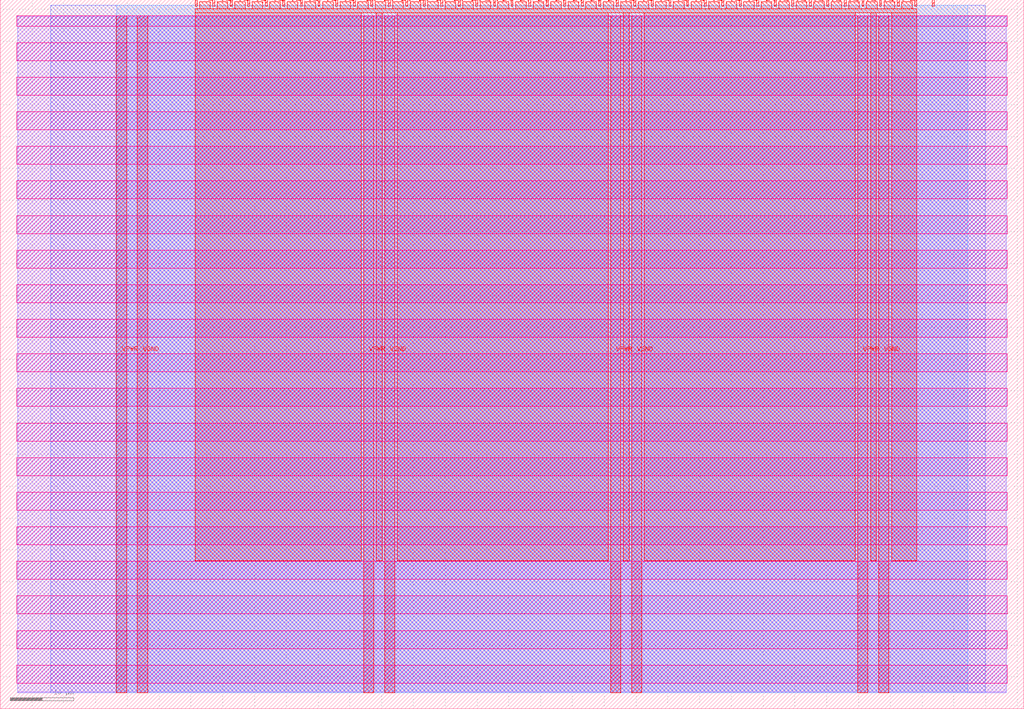
<source format=lef>
VERSION 5.7 ;
  NOWIREEXTENSIONATPIN ON ;
  DIVIDERCHAR "/" ;
  BUSBITCHARS "[]" ;
MACRO tt_um_crispy_vga
  CLASS BLOCK ;
  FOREIGN tt_um_crispy_vga ;
  ORIGIN 0.000 0.000 ;
  SIZE 161.000 BY 111.520 ;
  PIN VGND
    DIRECTION INOUT ;
    USE GROUND ;
    PORT
      LAYER met4 ;
        RECT 21.580 2.480 23.180 109.040 ;
    END
    PORT
      LAYER met4 ;
        RECT 60.450 2.480 62.050 109.040 ;
    END
    PORT
      LAYER met4 ;
        RECT 99.320 2.480 100.920 109.040 ;
    END
    PORT
      LAYER met4 ;
        RECT 138.190 2.480 139.790 109.040 ;
    END
  END VGND
  PIN VPWR
    DIRECTION INOUT ;
    USE POWER ;
    PORT
      LAYER met4 ;
        RECT 18.280 2.480 19.880 109.040 ;
    END
    PORT
      LAYER met4 ;
        RECT 57.150 2.480 58.750 109.040 ;
    END
    PORT
      LAYER met4 ;
        RECT 96.020 2.480 97.620 109.040 ;
    END
    PORT
      LAYER met4 ;
        RECT 134.890 2.480 136.490 109.040 ;
    END
  END VPWR
  PIN clk
    DIRECTION INPUT ;
    USE SIGNAL ;
    ANTENNAGATEAREA 0.852000 ;
    PORT
      LAYER met4 ;
        RECT 143.830 110.520 144.130 111.520 ;
    END
  END clk
  PIN ena
    DIRECTION INPUT ;
    USE SIGNAL ;
    PORT
      LAYER met4 ;
        RECT 146.590 110.520 146.890 111.520 ;
    END
  END ena
  PIN rst_n
    DIRECTION INPUT ;
    USE SIGNAL ;
    ANTENNAGATEAREA 0.196500 ;
    PORT
      LAYER met4 ;
        RECT 141.070 110.520 141.370 111.520 ;
    END
  END rst_n
  PIN ui_in[0]
    DIRECTION INPUT ;
    USE SIGNAL ;
    ANTENNAGATEAREA 0.213000 ;
    PORT
      LAYER met4 ;
        RECT 138.310 110.520 138.610 111.520 ;
    END
  END ui_in[0]
  PIN ui_in[1]
    DIRECTION INPUT ;
    USE SIGNAL ;
    ANTENNAGATEAREA 0.213000 ;
    PORT
      LAYER met4 ;
        RECT 135.550 110.520 135.850 111.520 ;
    END
  END ui_in[1]
  PIN ui_in[2]
    DIRECTION INPUT ;
    USE SIGNAL ;
    ANTENNAGATEAREA 0.213000 ;
    PORT
      LAYER met4 ;
        RECT 132.790 110.520 133.090 111.520 ;
    END
  END ui_in[2]
  PIN ui_in[3]
    DIRECTION INPUT ;
    USE SIGNAL ;
    ANTENNAGATEAREA 0.213000 ;
    PORT
      LAYER met4 ;
        RECT 130.030 110.520 130.330 111.520 ;
    END
  END ui_in[3]
  PIN ui_in[4]
    DIRECTION INPUT ;
    USE SIGNAL ;
    ANTENNAGATEAREA 0.213000 ;
    PORT
      LAYER met4 ;
        RECT 127.270 110.520 127.570 111.520 ;
    END
  END ui_in[4]
  PIN ui_in[5]
    DIRECTION INPUT ;
    USE SIGNAL ;
    ANTENNAGATEAREA 0.213000 ;
    PORT
      LAYER met4 ;
        RECT 124.510 110.520 124.810 111.520 ;
    END
  END ui_in[5]
  PIN ui_in[6]
    DIRECTION INPUT ;
    USE SIGNAL ;
    ANTENNAGATEAREA 0.213000 ;
    PORT
      LAYER met4 ;
        RECT 121.750 110.520 122.050 111.520 ;
    END
  END ui_in[6]
  PIN ui_in[7]
    DIRECTION INPUT ;
    USE SIGNAL ;
    ANTENNAGATEAREA 0.213000 ;
    PORT
      LAYER met4 ;
        RECT 118.990 110.520 119.290 111.520 ;
    END
  END ui_in[7]
  PIN uio_in[0]
    DIRECTION INPUT ;
    USE SIGNAL ;
    ANTENNAGATEAREA 0.196500 ;
    PORT
      LAYER met4 ;
        RECT 116.230 110.520 116.530 111.520 ;
    END
  END uio_in[0]
  PIN uio_in[1]
    DIRECTION INPUT ;
    USE SIGNAL ;
    ANTENNAGATEAREA 0.196500 ;
    PORT
      LAYER met4 ;
        RECT 113.470 110.520 113.770 111.520 ;
    END
  END uio_in[1]
  PIN uio_in[2]
    DIRECTION INPUT ;
    USE SIGNAL ;
    ANTENNAGATEAREA 0.196500 ;
    PORT
      LAYER met4 ;
        RECT 110.710 110.520 111.010 111.520 ;
    END
  END uio_in[2]
  PIN uio_in[3]
    DIRECTION INPUT ;
    USE SIGNAL ;
    ANTENNAGATEAREA 0.196500 ;
    PORT
      LAYER met4 ;
        RECT 107.950 110.520 108.250 111.520 ;
    END
  END uio_in[3]
  PIN uio_in[4]
    DIRECTION INPUT ;
    USE SIGNAL ;
    ANTENNAGATEAREA 0.196500 ;
    PORT
      LAYER met4 ;
        RECT 105.190 110.520 105.490 111.520 ;
    END
  END uio_in[4]
  PIN uio_in[5]
    DIRECTION INPUT ;
    USE SIGNAL ;
    ANTENNAGATEAREA 0.196500 ;
    PORT
      LAYER met4 ;
        RECT 102.430 110.520 102.730 111.520 ;
    END
  END uio_in[5]
  PIN uio_in[6]
    DIRECTION INPUT ;
    USE SIGNAL ;
    ANTENNAGATEAREA 0.196500 ;
    PORT
      LAYER met4 ;
        RECT 99.670 110.520 99.970 111.520 ;
    END
  END uio_in[6]
  PIN uio_in[7]
    DIRECTION INPUT ;
    USE SIGNAL ;
    PORT
      LAYER met4 ;
        RECT 96.910 110.520 97.210 111.520 ;
    END
  END uio_in[7]
  PIN uio_oe[0]
    DIRECTION OUTPUT ;
    USE SIGNAL ;
    ANTENNADIFFAREA 0.445500 ;
    PORT
      LAYER met4 ;
        RECT 49.990 110.520 50.290 111.520 ;
    END
  END uio_oe[0]
  PIN uio_oe[1]
    DIRECTION OUTPUT ;
    USE SIGNAL ;
    ANTENNADIFFAREA 0.445500 ;
    PORT
      LAYER met4 ;
        RECT 47.230 110.520 47.530 111.520 ;
    END
  END uio_oe[1]
  PIN uio_oe[2]
    DIRECTION OUTPUT ;
    USE SIGNAL ;
    ANTENNADIFFAREA 0.445500 ;
    PORT
      LAYER met4 ;
        RECT 44.470 110.520 44.770 111.520 ;
    END
  END uio_oe[2]
  PIN uio_oe[3]
    DIRECTION OUTPUT ;
    USE SIGNAL ;
    ANTENNADIFFAREA 0.445500 ;
    PORT
      LAYER met4 ;
        RECT 41.710 110.520 42.010 111.520 ;
    END
  END uio_oe[3]
  PIN uio_oe[4]
    DIRECTION OUTPUT ;
    USE SIGNAL ;
    ANTENNADIFFAREA 0.445500 ;
    PORT
      LAYER met4 ;
        RECT 38.950 110.520 39.250 111.520 ;
    END
  END uio_oe[4]
  PIN uio_oe[5]
    DIRECTION OUTPUT ;
    USE SIGNAL ;
    ANTENNADIFFAREA 0.445500 ;
    PORT
      LAYER met4 ;
        RECT 36.190 110.520 36.490 111.520 ;
    END
  END uio_oe[5]
  PIN uio_oe[6]
    DIRECTION OUTPUT ;
    USE SIGNAL ;
    ANTENNADIFFAREA 0.445500 ;
    PORT
      LAYER met4 ;
        RECT 33.430 110.520 33.730 111.520 ;
    END
  END uio_oe[6]
  PIN uio_oe[7]
    DIRECTION OUTPUT ;
    USE SIGNAL ;
    ANTENNADIFFAREA 0.445500 ;
    PORT
      LAYER met4 ;
        RECT 30.670 110.520 30.970 111.520 ;
    END
  END uio_oe[7]
  PIN uio_out[0]
    DIRECTION OUTPUT ;
    USE SIGNAL ;
    ANTENNADIFFAREA 0.445500 ;
    PORT
      LAYER met4 ;
        RECT 72.070 110.520 72.370 111.520 ;
    END
  END uio_out[0]
  PIN uio_out[1]
    DIRECTION OUTPUT ;
    USE SIGNAL ;
    ANTENNADIFFAREA 0.445500 ;
    PORT
      LAYER met4 ;
        RECT 69.310 110.520 69.610 111.520 ;
    END
  END uio_out[1]
  PIN uio_out[2]
    DIRECTION OUTPUT ;
    USE SIGNAL ;
    ANTENNADIFFAREA 0.445500 ;
    PORT
      LAYER met4 ;
        RECT 66.550 110.520 66.850 111.520 ;
    END
  END uio_out[2]
  PIN uio_out[3]
    DIRECTION OUTPUT ;
    USE SIGNAL ;
    ANTENNADIFFAREA 0.445500 ;
    PORT
      LAYER met4 ;
        RECT 63.790 110.520 64.090 111.520 ;
    END
  END uio_out[3]
  PIN uio_out[4]
    DIRECTION OUTPUT ;
    USE SIGNAL ;
    ANTENNADIFFAREA 0.445500 ;
    PORT
      LAYER met4 ;
        RECT 61.030 110.520 61.330 111.520 ;
    END
  END uio_out[4]
  PIN uio_out[5]
    DIRECTION OUTPUT ;
    USE SIGNAL ;
    ANTENNADIFFAREA 0.445500 ;
    PORT
      LAYER met4 ;
        RECT 58.270 110.520 58.570 111.520 ;
    END
  END uio_out[5]
  PIN uio_out[6]
    DIRECTION OUTPUT ;
    USE SIGNAL ;
    ANTENNADIFFAREA 0.445500 ;
    PORT
      LAYER met4 ;
        RECT 55.510 110.520 55.810 111.520 ;
    END
  END uio_out[6]
  PIN uio_out[7]
    DIRECTION OUTPUT ;
    USE SIGNAL ;
    ANTENNADIFFAREA 1.721000 ;
    PORT
      LAYER met4 ;
        RECT 52.750 110.520 53.050 111.520 ;
    END
  END uio_out[7]
  PIN uo_out[0]
    DIRECTION OUTPUT ;
    USE SIGNAL ;
    ANTENNADIFFAREA 1.721000 ;
    PORT
      LAYER met4 ;
        RECT 94.150 110.520 94.450 111.520 ;
    END
  END uo_out[0]
  PIN uo_out[1]
    DIRECTION OUTPUT ;
    USE SIGNAL ;
    ANTENNADIFFAREA 1.721000 ;
    PORT
      LAYER met4 ;
        RECT 91.390 110.520 91.690 111.520 ;
    END
  END uo_out[1]
  PIN uo_out[2]
    DIRECTION OUTPUT ;
    USE SIGNAL ;
    ANTENNADIFFAREA 1.721000 ;
    PORT
      LAYER met4 ;
        RECT 88.630 110.520 88.930 111.520 ;
    END
  END uo_out[2]
  PIN uo_out[3]
    DIRECTION OUTPUT ;
    USE SIGNAL ;
    ANTENNADIFFAREA 1.721000 ;
    PORT
      LAYER met4 ;
        RECT 85.870 110.520 86.170 111.520 ;
    END
  END uo_out[3]
  PIN uo_out[4]
    DIRECTION OUTPUT ;
    USE SIGNAL ;
    ANTENNADIFFAREA 1.721000 ;
    PORT
      LAYER met4 ;
        RECT 83.110 110.520 83.410 111.520 ;
    END
  END uo_out[4]
  PIN uo_out[5]
    DIRECTION OUTPUT ;
    USE SIGNAL ;
    ANTENNADIFFAREA 1.721000 ;
    PORT
      LAYER met4 ;
        RECT 80.350 110.520 80.650 111.520 ;
    END
  END uo_out[5]
  PIN uo_out[6]
    DIRECTION OUTPUT ;
    USE SIGNAL ;
    ANTENNADIFFAREA 1.721000 ;
    PORT
      LAYER met4 ;
        RECT 77.590 110.520 77.890 111.520 ;
    END
  END uo_out[6]
  PIN uo_out[7]
    DIRECTION OUTPUT ;
    USE SIGNAL ;
    ANTENNADIFFAREA 1.721000 ;
    PORT
      LAYER met4 ;
        RECT 74.830 110.520 75.130 111.520 ;
    END
  END uo_out[7]
  OBS
      LAYER nwell ;
        RECT 2.570 107.385 158.430 108.990 ;
        RECT 2.570 101.945 158.430 104.775 ;
        RECT 2.570 96.505 158.430 99.335 ;
        RECT 2.570 91.065 158.430 93.895 ;
        RECT 2.570 85.625 158.430 88.455 ;
        RECT 2.570 80.185 158.430 83.015 ;
        RECT 2.570 74.745 158.430 77.575 ;
        RECT 2.570 69.305 158.430 72.135 ;
        RECT 2.570 63.865 158.430 66.695 ;
        RECT 2.570 58.425 158.430 61.255 ;
        RECT 2.570 52.985 158.430 55.815 ;
        RECT 2.570 47.545 158.430 50.375 ;
        RECT 2.570 42.105 158.430 44.935 ;
        RECT 2.570 36.665 158.430 39.495 ;
        RECT 2.570 31.225 158.430 34.055 ;
        RECT 2.570 25.785 158.430 28.615 ;
        RECT 2.570 20.345 158.430 23.175 ;
        RECT 2.570 14.905 158.430 17.735 ;
        RECT 2.570 9.465 158.430 12.295 ;
        RECT 2.570 4.025 158.430 6.855 ;
      LAYER li1 ;
        RECT 2.760 2.635 158.240 108.885 ;
      LAYER met1 ;
        RECT 2.760 2.480 158.240 109.040 ;
      LAYER met2 ;
        RECT 7.920 2.535 154.920 110.685 ;
      LAYER met3 ;
        RECT 18.290 2.555 152.195 110.665 ;
      LAYER met4 ;
        RECT 31.370 110.120 33.030 111.170 ;
        RECT 34.130 110.120 35.790 111.170 ;
        RECT 36.890 110.120 38.550 111.170 ;
        RECT 39.650 110.120 41.310 111.170 ;
        RECT 42.410 110.120 44.070 111.170 ;
        RECT 45.170 110.120 46.830 111.170 ;
        RECT 47.930 110.120 49.590 111.170 ;
        RECT 50.690 110.120 52.350 111.170 ;
        RECT 53.450 110.120 55.110 111.170 ;
        RECT 56.210 110.120 57.870 111.170 ;
        RECT 58.970 110.120 60.630 111.170 ;
        RECT 61.730 110.120 63.390 111.170 ;
        RECT 64.490 110.120 66.150 111.170 ;
        RECT 67.250 110.120 68.910 111.170 ;
        RECT 70.010 110.120 71.670 111.170 ;
        RECT 72.770 110.120 74.430 111.170 ;
        RECT 75.530 110.120 77.190 111.170 ;
        RECT 78.290 110.120 79.950 111.170 ;
        RECT 81.050 110.120 82.710 111.170 ;
        RECT 83.810 110.120 85.470 111.170 ;
        RECT 86.570 110.120 88.230 111.170 ;
        RECT 89.330 110.120 90.990 111.170 ;
        RECT 92.090 110.120 93.750 111.170 ;
        RECT 94.850 110.120 96.510 111.170 ;
        RECT 97.610 110.120 99.270 111.170 ;
        RECT 100.370 110.120 102.030 111.170 ;
        RECT 103.130 110.120 104.790 111.170 ;
        RECT 105.890 110.120 107.550 111.170 ;
        RECT 108.650 110.120 110.310 111.170 ;
        RECT 111.410 110.120 113.070 111.170 ;
        RECT 114.170 110.120 115.830 111.170 ;
        RECT 116.930 110.120 118.590 111.170 ;
        RECT 119.690 110.120 121.350 111.170 ;
        RECT 122.450 110.120 124.110 111.170 ;
        RECT 125.210 110.120 126.870 111.170 ;
        RECT 127.970 110.120 129.630 111.170 ;
        RECT 130.730 110.120 132.390 111.170 ;
        RECT 133.490 110.120 135.150 111.170 ;
        RECT 136.250 110.120 137.910 111.170 ;
        RECT 139.010 110.120 140.670 111.170 ;
        RECT 141.770 110.120 143.430 111.170 ;
        RECT 30.655 109.440 144.145 110.120 ;
        RECT 30.655 23.295 56.750 109.440 ;
        RECT 59.150 23.295 60.050 109.440 ;
        RECT 62.450 23.295 95.620 109.440 ;
        RECT 98.020 23.295 98.920 109.440 ;
        RECT 101.320 23.295 134.490 109.440 ;
        RECT 136.890 23.295 137.790 109.440 ;
        RECT 140.190 23.295 144.145 109.440 ;
  END
END tt_um_crispy_vga
END LIBRARY


</source>
